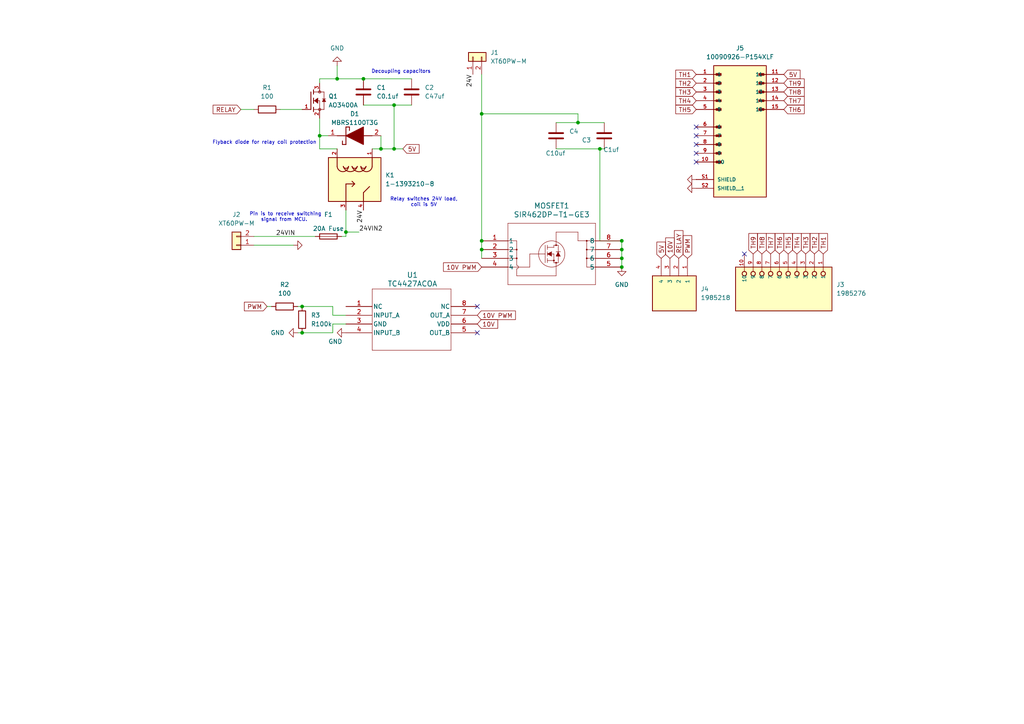
<source format=kicad_sch>
(kicad_sch (version 20250114) (generator "eeschema") (generator_version "9.0")
  (paper "A4")
  (lib_symbols
    (symbol "1-1393210-8:1-1393210-8" (pin_names (offset 1.016))
      (property "Reference" "K" (at -7.6217 8.1298 0))
      (property "Value" "1-1393210-8" (at -7.626 -10.1679 0))
      (symbol "1-1393210-8_0_0"
        (polyline (pts (xy -7.62 5.08) (xy -5.08 5.08)) (stroke (width 0.254)))
        (polyline (pts (xy -7.62 -5.08) (xy -5.08 -5.08)) (stroke (width 0.254)))
        (rectangle (start -7.62 -7.62) (end 5.08 7.62) (stroke (width 0.254)) (fill (type background)))
        (arc (start -5.08 0.762) (mid -3.556 -1.2604) (end -5.08 -3.302) (stroke (width 0.254)))
        (arc (start -5.08 3.302) (mid -3.5407 1.2593) (end -5.08 -0.762) (stroke (width 0.254)))
        (arc (start -5.08 3.302) (mid -4.5085 2.54) (end -5.08 1.778) (stroke (width 0.254)))
        (arc (start -5.08 0.762) (mid -4.5085 0) (end -5.08 -0.762) (stroke (width 0.254)))
        (arc (start -5.08 -1.778) (mid -4.5085 -2.54) (end -5.08 -3.302) (stroke (width 0.254)))
        (arc (start -5.08 5.08) (mid -3.5512 3.4405) (end -5.08 1.778) (stroke (width 0.254)))
        (arc (start -5.08 -1.778) (mid -3.5512 -3.4175) (end -5.08 -5.08) (stroke (width 0.254)))
        (polyline (pts (xy 0 0) (xy -0.762 -0.762)) (stroke (width 0.254)))
        (polyline (pts (xy 0 0) (xy 0.762 -0.762)) (stroke (width 0.254)))
        (polyline (pts (xy 0 -2.54) (xy 0 0)) (stroke (width 0.254)))
        (polyline (pts (xy 2.54 2.54) (xy 0.762 4.318)) (stroke (width 0.254)))
        (polyline (pts (xy 5.08 2.54) (xy 2.54 2.54)) (stroke (width 0.254)))
        (polyline (pts (xy 5.08 -2.54) (xy 0 -2.54)) (stroke (width 0.254)))
        (pin passive line (at -10.16 5.08 0) (length 2.54) (name "~") (number "1"))
        (pin passive line (at -10.16 -5.08 0) (length 2.54) (name "~") (number "2"))
        (pin passive line (at 7.62 2.54 180) (length 2.54) (name "~") (number "4"))
        (pin passive line (at 7.62 -2.54 180) (length 2.54) (name "~") (number "3"))
      )
    )
    (symbol "10090926-P154XLF:10090926-P154XLF" (pin_names (offset 1.016))
      (property "Reference" "J" (at -7.62 19.05 0))
      (property "Value" "10090926-P154XLF" (at -7.62 -22.86 0))
      (symbol "10090926-P154XLF_0_0"
        (polyline (pts (xy -7.62 15.24) (xy -5.715 15.24)) (stroke (width 0.254)))
        (polyline (pts (xy -7.62 12.7) (xy -5.715 12.7)) (stroke (width 0.254)))
        (polyline (pts (xy -7.62 10.16) (xy -5.715 10.16)) (stroke (width 0.254)))
        (polyline (pts (xy -7.62 7.62) (xy -5.715 7.62)) (stroke (width 0.254)))
        (polyline (pts (xy -7.62 5.08) (xy -5.715 5.08)) (stroke (width 0.254)))
        (polyline (pts (xy -7.62 0) (xy -5.715 0)) (stroke (width 0.254)))
        (polyline (pts (xy -7.62 -2.54) (xy -5.715 -2.54)) (stroke (width 0.254)))
        (polyline (pts (xy -7.62 -5.08) (xy -5.715 -5.08)) (stroke (width 0.254)))
        (polyline (pts (xy -7.62 -7.62) (xy -5.715 -7.62)) (stroke (width 0.254)))
        (polyline (pts (xy -7.62 -10.16) (xy -5.715 -10.16)) (stroke (width 0.254)))
        (rectangle (start -7.62 -20.32) (end 7.62 17.78) (stroke (width 0.254)) (fill (type background)))
        (rectangle (start -6.985 14.9225) (end -5.3975 15.5575) (stroke (width 0.1)) (fill (type outline)))
        (rectangle (start -6.985 12.3825) (end -5.3975 13.0175) (stroke (width 0.1)) (fill (type outline)))
        (rectangle (start -6.985 9.8425) (end -5.3975 10.4775) (stroke (width 0.1)) (fill (type outline)))
        (rectangle (start -6.985 7.3025) (end -5.3975 7.9375) (stroke (width 0.1)) (fill (type outline)))
        (rectangle (start -6.985 4.7625) (end -5.3975 5.3975) (stroke (width 0.1)) (fill (type outline)))
        (rectangle (start -6.985 -0.3175) (end -5.3975 0.3175) (stroke (width 0.1)) (fill (type outline)))
        (rectangle (start -6.985 -2.8575) (end -5.3975 -2.2225) (stroke (width 0.1)) (fill (type outline)))
        (rectangle (start -6.985 -5.3975) (end -5.3975 -4.7625) (stroke (width 0.1)) (fill (type outline)))
        (rectangle (start -6.985 -7.9375) (end -5.3975 -7.3025) (stroke (width 0.1)) (fill (type outline)))
        (rectangle (start -6.985 -10.4775) (end -5.3975 -9.8425) (stroke (width 0.1)) (fill (type outline)))
        (rectangle (start 5.3975 14.9225) (end 6.985 15.5575) (stroke (width 0.1)) (fill (type outline)))
        (rectangle (start 5.3975 12.3825) (end 6.985 13.0175) (stroke (width 0.1)) (fill (type outline)))
        (rectangle (start 5.3975 9.8425) (end 6.985 10.4775) (stroke (width 0.1)) (fill (type outline)))
        (rectangle (start 5.3975 7.3025) (end 6.985 7.9375) (stroke (width 0.1)) (fill (type outline)))
        (rectangle (start 5.3975 4.7625) (end 6.985 5.3975) (stroke (width 0.1)) (fill (type outline)))
        (polyline (pts (xy 7.62 15.24) (xy 5.715 15.24)) (stroke (width 0.254)))
        (polyline (pts (xy 7.62 12.7) (xy 5.715 12.7)) (stroke (width 0.254)))
        (polyline (pts (xy 7.62 10.16) (xy 5.715 10.16)) (stroke (width 0.254)))
        (polyline (pts (xy 7.62 7.62) (xy 5.715 7.62)) (stroke (width 0.254)))
        (polyline (pts (xy 7.62 5.08) (xy 5.715 5.08)) (stroke (width 0.254)))
        (pin passive line (at -12.7 15.24 0) (length 5.08) (name "1") (number "1"))
        (pin passive line (at -12.7 12.7 0) (length 5.08) (name "2") (number "2"))
        (pin passive line (at -12.7 10.16 0) (length 5.08) (name "3") (number "3"))
        (pin passive line (at -12.7 7.62 0) (length 5.08) (name "4") (number "4"))
        (pin passive line (at -12.7 5.08 0) (length 5.08) (name "5") (number "5"))
        (pin passive line (at -12.7 0 0) (length 5.08) (name "6") (number "6"))
        (pin passive line (at -12.7 -2.54 0) (length 5.08) (name "7") (number "7"))
        (pin passive line (at -12.7 -5.08 0) (length 5.08) (name "8") (number "8"))
        (pin passive line (at -12.7 -7.62 0) (length 5.08) (name "9") (number "9"))
        (pin passive line (at -12.7 -10.16 0) (length 5.08) (name "10") (number "10"))
        (pin passive line (at -12.7 -15.24 0) (length 5.08) (name "SHIELD") (number "S1"))
        (pin passive line (at -12.7 -17.78 0) (length 5.08) (name "SHIELD__1") (number "S2"))
        (pin passive line (at 12.7 15.24 180) (length 5.08) (name "11") (number "11"))
        (pin passive line (at 12.7 12.7 180) (length 5.08) (name "12") (number "12"))
        (pin passive line (at 12.7 10.16 180) (length 5.08) (name "13") (number "13"))
        (pin passive line (at 12.7 7.62 180) (length 5.08) (name "14") (number "14"))
        (pin passive line (at 12.7 5.08 180) (length 5.08) (name "15") (number "15"))
      )
    )
    (symbol "1985218:1985218" (pin_names (offset 1.016))
      (property "Reference" "J" (at -5.08 8.382 0))
      (property "Value" "1985218" (at -5.08 -7.62 0))
      (symbol "1985218_0_0"
        (rectangle (start -5.08 -5.08) (end 5.08 7.62) (stroke (width 0.254)) (fill (type background)))
        (pin passive line (at -10.16 5.08 0) (length 5.08) (name "1") (number "1"))
        (pin passive line (at -10.16 2.54 0) (length 5.08) (name "2") (number "2"))
        (pin passive line (at -10.16 0 0) (length 5.08) (name "3") (number "3"))
        (pin passive line (at -10.16 -2.54 0) (length 5.08) (name "4") (number "4"))
      )
    )
    (symbol "1985276:1985276" (pin_names (offset 1.016))
      (property "Reference" "J" (at -6.85 15.24 0))
      (property "Value" "1985276" (at -6.35 -15.24 0))
      (symbol "1985276_0_0"
        (rectangle (start -6.35 -12.7) (end 6.35 15.24) (stroke (width 0.254)) (fill (type background)))
        (circle (center -4.445 12.7) (radius 0.635) (stroke (width 0.254)))
        (circle (center -4.445 10.16) (radius 0.635) (stroke (width 0.254)))
        (circle (center -4.445 7.62) (radius 0.635) (stroke (width 0.254)))
        (circle (center -4.445 5.08) (radius 0.635) (stroke (width 0.254)))
        (circle (center -4.445 2.54) (radius 0.635) (stroke (width 0.254)))
        (circle (center -4.445 0) (radius 0.635) (stroke (width 0.254)))
        (circle (center -4.445 -2.54) (radius 0.635) (stroke (width 0.254)))
        (circle (center -4.445 -5.08) (radius 0.635) (stroke (width 0.254)))
        (circle (center -4.445 -7.62) (radius 0.635) (stroke (width 0.254)))
        (circle (center -4.445 -10.16) (radius 0.635) (stroke (width 0.254)))
        (pin passive line (at -10.16 12.7 0) (length 5.08) (name "1") (number "1"))
        (pin passive line (at -10.16 10.16 0) (length 5.08) (name "2") (number "2"))
        (pin passive line (at -10.16 7.62 0) (length 5.08) (name "3") (number "3"))
        (pin passive line (at -10.16 5.08 0) (length 5.08) (name "4") (number "4"))
        (pin passive line (at -10.16 2.54 0) (length 5.08) (name "5") (number "5"))
        (pin passive line (at -10.16 0 0) (length 5.08) (name "6") (number "6"))
        (pin passive line (at -10.16 -2.54 0) (length 5.08) (name "7") (number "7"))
        (pin passive line (at -10.16 -5.08 0) (length 5.08) (name "8") (number "8"))
        (pin passive line (at -10.16 -7.62 0) (length 5.08) (name "9") (number "9"))
        (pin passive line (at -10.16 -10.16 0) (length 5.08) (name "10") (number "10"))
      )
    )
    (symbol "2025-05-30_22-53-46:TC4427ACOA" (pin_names (offset 0.254))
      (property "Reference" "U1" (at 19.304 9.144 0))
      (property "Value" "TC4427ACOA" (at 19.304 6.604 0))
      (symbol "TC4427ACOA_0_1"
        (polyline (pts (xy 7.62 5.08) (xy 7.62 -12.7)) (stroke (width 0.127)))
        (polyline (pts (xy 7.62 -12.7) (xy 30.48 -12.7)) (stroke (width 0.127)))
        (polyline (pts (xy 30.48 5.08) (xy 7.62 5.08)) (stroke (width 0.127)))
        (polyline (pts (xy 30.48 -12.7) (xy 30.48 5.08)) (stroke (width 0.127)))
        (pin unspecified line (at 0 0 0) (length 7.62) (name "NC") (number "1"))
        (pin unspecified line (at 0 -2.54 0) (length 7.62) (name "INPUT_A") (number "2"))
        (pin unspecified line (at 0 -5.08 0) (length 7.62) (name "GND") (number "3"))
        (pin unspecified line (at 0 -7.62 0) (length 7.62) (name "INPUT_B") (number "4"))
        (pin unspecified line (at 38.1 0 180) (length 7.62) (name "NC") (number "8"))
        (pin unspecified line (at 38.1 -2.54 180) (length 7.62) (name "OUT_A") (number "7"))
        (pin unspecified line (at 38.1 -5.08 180) (length 7.62) (name "VDD") (number "6"))
        (pin unspecified line (at 38.1 -7.62 180) (length 7.62) (name "OUT_B") (number "5"))
      )
    )
    (symbol "AO3400A:AO3400A" (pin_names (offset 1.016))
      (property "Reference" "Q" (at -8.89 2.54 0))
      (property "Value" "AO3400A" (at -8.89 -7.62 0))
      (symbol "AO3400A_0_0"
        (polyline (pts (xy 0 2.54) (xy 0 -2.54)) (stroke (width 0.254)))
        (polyline (pts (xy 0.762 3.175) (xy 0.762 2.54)) (stroke (width 0.254)))
        (polyline (pts (xy 0.762 2.54) (xy 0.762 1.905)) (stroke (width 0.254)))
        (polyline (pts (xy 0.762 2.54) (xy 3.81 2.54)) (stroke (width 0.1524)))
        (polyline (pts (xy 0.762 0.762) (xy 0.762 0)) (stroke (width 0.254)))
        (polyline (pts (xy 0.762 0) (xy 0.762 -0.762)) (stroke (width 0.254)))
        (polyline (pts (xy 0.762 0) (xy 2.54 0)) (stroke (width 0.1524)))
        (polyline (pts (xy 0.762 -1.905) (xy 0.762 -3.175)) (stroke (width 0.254)))
        (polyline (pts (xy 1.016 0) (xy 2.032 0.762) (xy 2.032 -0.762) (xy 1.016 0)) (stroke (width 0.1524)) (fill (type outline)))
        (circle (center 2.54 2.54) (radius 0.3592))
        (polyline (pts (xy 2.54 0) (xy 2.54 -2.54)) (stroke (width 0.1524)))
        (circle (center 2.54 -2.54) (radius 0.3592))
        (polyline (pts (xy 3.81 2.54) (xy 3.81 0.508)) (stroke (width 0.1524)))
        (polyline (pts (xy 3.81 0.508) (xy 3.302 0.508)) (stroke (width 0.1524)))
        (polyline (pts (xy 3.81 0.508) (xy 3.81 -2.54)) (stroke (width 0.1524)))
        (polyline (pts (xy 3.81 0.508) (xy 3.302 -0.254) (xy 4.318 -0.254) (xy 3.81 0.508)) (stroke (width 0.1524)) (fill (type outline)))
        (polyline (pts (xy 3.81 -2.54) (xy 0.762 -2.54)) (stroke (width 0.1524)))
        (polyline (pts (xy 4.318 0.508) (xy 3.81 0.508)) (stroke (width 0.1524)))
        (pin passive line (at -2.54 -2.54 0) (length 2.54) (name "~") (number "1"))
        (pin passive line (at 2.54 5.08 270) (length 2.54) (name "~") (number "3"))
        (pin passive line (at 2.54 -5.08 90) (length 2.54) (name "~") (number "2"))
      )
    )
    (symbol "Connector_Generic:Conn_01x02" (pin_names (offset 1.016) (hide yes))
      (property "Reference" "J" (at 0 2.54 0))
      (property "Value" "Conn_01x02" (at 0 -5.08 0))
      (symbol "Conn_01x02_1_1"
        (rectangle (start -1.27 1.27) (end 1.27 -3.81) (stroke (width 0.254)) (fill (type background)))
        (rectangle (start -1.27 0.127) (end 0 -0.127) (stroke (width 0.1524)))
        (rectangle (start -1.27 -2.413) (end 0 -2.667) (stroke (width 0.1524)))
        (pin passive line (at -5.08 0 0) (length 3.81) (name "Pin_1") (number "1"))
        (pin passive line (at -5.08 -2.54 0) (length 3.81) (name "Pin_2") (number "2"))
      )
    )
    (symbol "Device:C" (pin_numbers (hide yes)) (pin_names (offset 0.254))
      (property "Reference" "C" (at 0.635 2.54 0))
      (property "Value" "C" (at 0.635 -2.54 0))
      (symbol "C_0_1"
        (polyline (pts (xy -2.032 0.762) (xy 2.032 0.762)) (stroke (width 0.508)))
        (polyline (pts (xy -2.032 -0.762) (xy 2.032 -0.762)) (stroke (width 0.508)))
      )
      (symbol "C_1_1"
        (pin passive line (at 0 3.81 270) (length 2.794) (name "~") (number "1"))
        (pin passive line (at 0 -3.81 90) (length 2.794) (name "~") (number "2"))
      )
    )
    (symbol "Device:Fuse" (pin_numbers (hide yes)) (pin_names (offset 0))
      (property "Reference" "F" (at 2.032 0 90))
      (property "Value" "Fuse" (at -1.905 0 90))
      (symbol "Fuse_0_1"
        (rectangle (start -0.762 -2.54) (end 0.762 2.54) (stroke (width 0.254)))
        (polyline (pts (xy 0 2.54) (xy 0 -2.54)))
      )
      (symbol "Fuse_1_1"
        (pin passive line (at 0 3.81 270) (length 1.27) (name "~") (number "1"))
        (pin passive line (at 0 -3.81 90) (length 1.27) (name "~") (number "2"))
      )
    )
    (symbol "Device:R" (pin_numbers (hide yes)) (pin_names (offset 0))
      (property "Reference" "R" (at 2.032 0 90))
      (property "Value" "R" (at 0 0 90))
      (symbol "R_0_1"
        (rectangle (start -1.016 -2.54) (end 1.016 2.54) (stroke (width 0.254)))
      )
      (symbol "R_1_1"
        (pin passive line (at 0 3.81 270) (length 1.27) (name "~") (number "1"))
        (pin passive line (at 0 -3.81 90) (length 1.27) (name "~") (number "2"))
      )
    )
    (symbol "MBRS1100T3G:MBRS1100T3G" (pin_names (hide yes))
      (property "Reference" "D" (at 12.7 8.89 0))
      (property "Value" "MBRS1100T3G" (at 12.7 6.35 0))
      (symbol "MBRS1100T3G_1_1"
        (polyline (pts (xy 5.08 0) (xy 7.62 0)) (stroke (width 0.254)))
        (polyline (pts (xy 6.604 -1.524) (xy 6.604 -2.54)) (stroke (width 0.254)))
        (polyline (pts (xy 7.62 2.54) (xy 7.62 -2.54)) (stroke (width 0.254)))
        (polyline (pts (xy 7.62 2.54) (xy 8.636 2.54)) (stroke (width 0.254)))
        (polyline (pts (xy 7.62 0) (xy 12.7 2.54) (xy 12.7 -2.54) (xy 7.62 0)) (stroke (width 0.254)) (fill (type outline)))
        (polyline (pts (xy 7.62 -2.54) (xy 6.604 -2.54)) (stroke (width 0.254)))
        (polyline (pts (xy 8.636 1.524) (xy 8.636 2.54)) (stroke (width 0.254)))
        (polyline (pts (xy 12.7 0) (xy 15.24 0)) (stroke (width 0.254)))
        (pin passive line (at 2.54 0 0) (length 2.54) (name "K") (number "1"))
        (pin passive line (at 17.78 0 180) (length 2.54) (name "A") (number "2"))
      )
    )
    (symbol "SIR:SIR462DP-T1-GE3" (pin_names (offset 0.254))
      (property "Reference" "MOSFET" (at 20.32 10.16 0))
      (property "Value" "SIR462DP-T1-GE3" (at 20.32 7.62 0))
      (symbol "SIR462DP-T1-GE3_0_1"
        (polyline (pts (xy 7.62 5.08) (xy 7.62 -12.7)) (stroke (width 0.127)))
        (polyline (pts (xy 7.62 0) (xy 10.16 0)) (stroke (width 0.127)))
        (polyline (pts (xy 7.62 -2.54) (xy 10.16 -2.54)) (stroke (width 0.127)))
        (polyline (pts (xy 7.62 -5.08) (xy 10.16 -5.08)) (stroke (width 0.127)))
        (polyline (pts (xy 7.62 -7.62) (xy 13.97 -7.62)) (stroke (width 0.127)))
        (polyline (pts (xy 7.62 -12.7) (xy 33.02 -12.7)) (stroke (width 0.127)))
        (arc (start 10.16 -7.112) (mid 10.6657 -7.62) (end 10.16 -8.128) (stroke (width 0.127)))
        (polyline (pts (xy 10.16 0) (xy 10.16 -7.112)) (stroke (width 0.127)))
        (circle (center 10.16 -2.54) (radius 0.127) (stroke (width 0.254)))
        (circle (center 10.16 -5.08) (radius 0.127) (stroke (width 0.254)))
        (polyline (pts (xy 10.16 -8.128) (xy 10.16 -10.16)) (stroke (width 0.127)))
        (polyline (pts (xy 10.16 -10.16) (xy 21.59 -10.16)) (stroke (width 0.127)))
        (polyline (pts (xy 13.97 -3.81) (xy 18.415 -3.81)) (stroke (width 0.127)))
        (polyline (pts (xy 13.97 -7.62) (xy 13.97 -3.81)) (stroke (width 0.127)))
        (polyline (pts (xy 18.415 -6.35) (xy 18.415 -1.27)) (stroke (width 0.127)))
        (polyline (pts (xy 19.05 -1.905) (xy 20.955 -1.905)) (stroke (width 0.127)))
        (polyline (pts (xy 19.05 -2.54) (xy 19.05 -1.27)) (stroke (width 0.127)))
        (polyline (pts (xy 19.05 -4.445) (xy 19.05 -3.175)) (stroke (width 0.127)))
        (polyline (pts (xy 19.05 -5.715) (xy 20.955 -5.715)) (stroke (width 0.127)))
        (polyline (pts (xy 19.05 -6.35) (xy 19.05 -5.08)) (stroke (width 0.127)))
        (polyline (pts (xy 20.32 -3.175) (xy 19.05 -3.81) (xy 20.32 -4.445)) (fill (type outline)))
        (polyline (pts (xy 20.32 -3.81) (xy 20.955 -3.81)) (stroke (width 0.127)))
        (circle (center 20.32 -3.81) (radius 3.81) (stroke (width 0.127)))
        (polyline (pts (xy 20.955 -1.27) (xy 22.225 -1.27)) (stroke (width 0.127)))
        (polyline (pts (xy 20.955 -1.905) (xy 20.955 -1.27)) (stroke (width 0.127)))
        (circle (center 20.955 -5.715) (radius 0.127) (stroke (width 0.254)))
        (polyline (pts (xy 20.955 -6.35) (xy 20.955 -3.81)) (stroke (width 0.127)))
        (polyline (pts (xy 20.955 -6.35) (xy 22.225 -6.35)) (stroke (width 0.127)))
        (polyline (pts (xy 21.59 2.54) (xy 21.59 -1.27)) (stroke (width 0.127)))
        (circle (center 21.59 -1.27) (radius 0.127) (stroke (width 0.254)))
        (circle (center 21.59 -6.35) (radius 0.127) (stroke (width 0.254)))
        (polyline (pts (xy 21.59 -10.16) (xy 21.59 -6.35)) (stroke (width 0.127)))
        (polyline (pts (xy 22.225 -3.175) (xy 22.225 -1.27)) (stroke (width 0.127)))
        (polyline (pts (xy 22.225 -6.35) (xy 22.225 -4.445)) (stroke (width 0.127)))
        (polyline (pts (xy 22.86 -3.175) (xy 21.59 -3.175)) (stroke (width 0.127)))
        (polyline (pts (xy 22.86 -4.445) (xy 21.59 -4.445) (xy 22.225 -3.175)) (fill (type outline)))
        (polyline (pts (xy 27.94 2.54) (xy 21.59 2.54)) (stroke (width 0.127)))
        (polyline (pts (xy 27.94 0) (xy 27.94 2.54)) (stroke (width 0.127)))
        (circle (center 30.48 0) (radius 0.127) (stroke (width 0.254)))
        (circle (center 30.48 -2.54) (radius 0.127) (stroke (width 0.254)))
        (circle (center 30.48 -5.08) (radius 0.127) (stroke (width 0.254)))
        (polyline (pts (xy 30.48 -7.62) (xy 30.48 0)) (stroke (width 0.127)))
        (polyline (pts (xy 33.02 5.08) (xy 7.62 5.08)) (stroke (width 0.127)))
        (polyline (pts (xy 33.02 0) (xy 27.94 0)) (stroke (width 0.127)))
        (polyline (pts (xy 33.02 -2.54) (xy 30.48 -2.54)) (stroke (width 0.127)))
        (polyline (pts (xy 33.02 -5.08) (xy 30.48 -5.08)) (stroke (width 0.127)))
        (polyline (pts (xy 33.02 -7.62) (xy 30.48 -7.62)) (stroke (width 0.127)))
        (polyline (pts (xy 33.02 -12.7) (xy 33.02 5.08)) (stroke (width 0.127)))
        (pin unspecified line (at 0 0 0) (length 7.62) (name "1") (number "1"))
        (pin unspecified line (at 0 -2.54 0) (length 7.62) (name "2") (number "2"))
        (pin unspecified line (at 0 -5.08 0) (length 7.62) (name "3") (number "3"))
        (pin unspecified line (at 0 -7.62 0) (length 7.62) (name "4") (number "4"))
        (pin unspecified line (at 40.64 0 180) (length 7.62) (name "8") (number "8"))
        (pin unspecified line (at 40.64 -2.54 180) (length 7.62) (name "7") (number "7"))
        (pin unspecified line (at 40.64 -5.08 180) (length 7.62) (name "6") (number "6"))
        (pin unspecified line (at 40.64 -7.62 180) (length 7.62) (name "5") (number "5"))
      )
    )
    (symbol "ScottoKeebs:Placeholder_Resistor" (pin_numbers (hide yes)) (pin_names (offset 0))
      (property "Reference" "R" (at 0 2.032 0))
      (property "Value" "Resistor" (at 0 -2.54 0))
      (symbol "Placeholder_Resistor_0_1"
        (rectangle (start 2.54 -1.016) (end -2.54 1.016) (stroke (width 0.254)))
      )
      (symbol "Placeholder_Resistor_1_1"
        (pin passive line (at -3.81 0 0) (length 1.27) (name "~") (number "1"))
        (pin passive line (at 3.81 0 180) (length 1.27) (name "~") (number "2"))
      )
    )
    (symbol "power:GND" (power) (pin_numbers (hide yes)) (pin_names (offset 0) (hide yes))
      (property "Value" "GND" (at 0 -3.81 0))
      (symbol "GND_0_1"
        (polyline (pts (xy 0 0) (xy 0 -1.27) (xy 1.27 -1.27) (xy 0 -2.54) (xy -1.27 -1.27) (xy 0 -1.27)))
      )
      (symbol "GND_1_1"
        (pin power_in line (at 0 0 270) (length 0) (name "~") (number "1"))
      )
    )
  )
  (text "Decoupling capacitors\n" (at 116.332 20.828 0) (effects (font (size 1.016 1.016))))
  (text "Relay switches 24V load,\ncoil is 5V" (at 122.936 58.674 0) (effects (font (size 1.016 1.016))))
  (text "Flyback diode for relay coil protection" (at 76.708 41.402 0) (effects (font (size 1.016 1.016))))
  (text "Pin is to receive switching\nsignal from MCU. \n" (at 82.804 62.992 0) (effects (font (size 1.016 1.016))))
  (junction (at 180.34 69.85))
  (junction (at 139.7 72.39))
  (junction (at 87.63 96.52))
  (junction (at 87.63 88.9))
  (junction (at 139.7 33.02))
  (junction (at 180.34 74.93))
  (junction (at 180.34 72.39))
  (junction (at 114.3 30.48))
  (junction (at 139.7 69.85))
  (junction (at 173.99 43.18))
  (junction (at 92.71 39.37))
  (junction (at 100.33 67.31))
  (junction (at 180.34 77.47))
  (junction (at 97.79 22.86))
  (junction (at 167.64 35.56))
  (junction (at 105.41 22.86))
  (junction (at 114.3 43.18))
  (junction (at 110.49 43.18))
  (no_connect (at 138.43 88.9))
  (no_connect (at 201.93 44.45))
  (no_connect (at 201.93 39.37))
  (no_connect (at 138.43 96.52))
  (no_connect (at 215.9 73.66))
  (no_connect (at 201.93 36.83))
  (no_connect (at 201.93 46.99))
  (no_connect (at 201.93 41.91))
  (wire (pts (xy 86.36 96.52) (xy 87.63 96.52)))
  (wire (pts (xy 92.71 22.86) (xy 92.71 24.13)))
  (wire (pts (xy 92.71 39.37) (xy 92.71 43.18)))
  (wire (pts (xy 77.47 88.9) (xy 78.74 88.9)))
  (wire (pts (xy 73.66 68.58) (xy 91.44 68.58)))
  (wire (pts (xy 96.52 91.44) (xy 96.52 88.9)))
  (wire (pts (xy 95.25 39.37) (xy 92.71 39.37)))
  (wire (pts (xy 86.36 88.9) (xy 87.63 88.9)))
  (wire (pts (xy 69.85 31.75) (xy 73.66 31.75)))
  (wire (pts (xy 173.99 69.85) (xy 180.34 69.85)))
  (wire (pts (xy 107.95 43.18) (xy 110.49 43.18)))
  (wire (pts (xy 167.64 35.56) (xy 167.64 33.02)))
  (wire (pts (xy 180.34 72.39) (xy 180.34 69.85)))
  (wire (pts (xy 87.63 88.9) (xy 96.52 88.9)))
  (wire (pts (xy 96.52 93.98) (xy 100.33 93.98)))
  (wire (pts (xy 139.7 72.39) (xy 139.7 74.93)))
  (wire (pts (xy 100.33 68.58) (xy 99.06 68.58)))
  (wire (pts (xy 173.99 69.85) (xy 173.99 43.18)))
  (wire (pts (xy 73.66 71.12) (xy 85.09 71.12)))
  (wire (pts (xy 161.29 43.18) (xy 173.99 43.18)))
  (wire (pts (xy 81.28 31.75) (xy 87.63 31.75)))
  (wire (pts (xy 100.33 91.44) (xy 96.52 91.44)))
  (wire (pts (xy 92.71 22.86) (xy 97.79 22.86)))
  (wire (pts (xy 104.14 67.31) (xy 100.33 67.31)))
  (wire (pts (xy 87.63 96.52) (xy 96.52 96.52)))
  (wire (pts (xy 97.79 19.05) (xy 97.79 22.86)))
  (wire (pts (xy 110.49 39.37) (xy 110.49 43.18)))
  (wire (pts (xy 139.7 21.59) (xy 139.7 33.02)))
  (wire (pts (xy 110.49 43.18) (xy 114.3 43.18)))
  (wire (pts (xy 175.26 43.18) (xy 173.99 43.18)))
  (wire (pts (xy 139.7 33.02) (xy 167.64 33.02)))
  (wire (pts (xy 105.41 22.86) (xy 119.38 22.86)))
  (wire (pts (xy 92.71 34.29) (xy 92.71 39.37)))
  (wire (pts (xy 167.64 35.56) (xy 175.26 35.56)))
  (wire (pts (xy 114.3 30.48) (xy 114.3 43.18)))
  (wire (pts (xy 161.29 35.56) (xy 167.64 35.56)))
  (wire (pts (xy 96.52 96.52) (xy 96.52 93.98)))
  (wire (pts (xy 119.38 30.48) (xy 114.3 30.48)))
  (wire (pts (xy 180.34 74.93) (xy 180.34 72.39)))
  (wire (pts (xy 100.33 67.31) (xy 100.33 68.58)))
  (wire (pts (xy 180.34 77.47) (xy 180.34 74.93)))
  (wire (pts (xy 139.7 33.02) (xy 139.7 69.85)))
  (wire (pts (xy 97.79 22.86) (xy 105.41 22.86)))
  (wire (pts (xy 139.7 69.85) (xy 139.7 72.39)))
  (wire (pts (xy 114.3 43.18) (xy 116.84 43.18)))
  (wire (pts (xy 100.33 60.96) (xy 100.33 67.31)))
  (wire (pts (xy 105.41 30.48) (xy 114.3 30.48)))
  (wire (pts (xy 92.71 43.18) (xy 97.79 43.18)))
  (label "24VIN2" (at 104.14 67.31 0))
  (label "24VIN" (at 80.01 68.58 0))
  (label "24V" (at 137.16 21.59 270))
  (label "24V" (at 105.41 60.96 270))
  (global_label "TH3" (shape input) (at 233.68 73.66 90) (property "Intersheetrefs" "${INTERSHEET_REFS}" (effects (hide yes))))
  (global_label "TH5" (shape input) (at 228.6 73.66 90) (property "Intersheetrefs" "${INTERSHEET_REFS}" (effects (hide yes))))
  (global_label "5V" (shape input) (at 191.77 74.93 90) (property "Intersheetrefs" "${INTERSHEET_REFS}" (effects (hide yes))))
  (global_label "TH3" (shape input) (at 201.93 26.67 180) (property "Intersheetrefs" "${INTERSHEET_REFS}" (effects (hide yes))))
  (global_label "TH9" (shape input) (at 218.44 73.66 90) (property "Intersheetrefs" "${INTERSHEET_REFS}" (effects (hide yes))))
  (global_label "10V" (shape input) (at 194.31 74.93 90) (property "Intersheetrefs" "${INTERSHEET_REFS}" (effects (hide yes))))
  (global_label "TH4" (shape input) (at 201.93 29.21 180) (property "Intersheetrefs" "${INTERSHEET_REFS}" (effects (hide yes))))
  (global_label "TH5" (shape input) (at 201.93 31.75 180) (property "Intersheetrefs" "${INTERSHEET_REFS}" (effects (hide yes))))
  (global_label "PWM" (shape input) (at 199.39 74.93 90) (property "Intersheetrefs" "${INTERSHEET_REFS}" (effects (hide yes))))
  (global_label "TH4" (shape input) (at 231.14 73.66 90) (property "Intersheetrefs" "${INTERSHEET_REFS}" (effects (hide yes))))
  (global_label "5V" (shape input) (at 227.33 21.59 0) (property "Intersheetrefs" "${INTERSHEET_REFS}" (effects (hide yes))))
  (global_label "TH6" (shape input) (at 227.33 31.75 0) (property "Intersheetrefs" "${INTERSHEET_REFS}" (effects (hide yes))))
  (global_label "TH8" (shape input) (at 220.98 73.66 90) (property "Intersheetrefs" "${INTERSHEET_REFS}" (effects (hide yes))))
  (global_label "5V" (shape input) (at 116.84 43.18 0) (property "Intersheetrefs" "${INTERSHEET_REFS}" (effects (hide yes))))
  (global_label "TH7" (shape input) (at 223.52 73.66 90) (property "Intersheetrefs" "${INTERSHEET_REFS}" (effects (hide yes))))
  (global_label "TH7" (shape input) (at 227.33 29.21 0) (property "Intersheetrefs" "${INTERSHEET_REFS}" (effects (hide yes))))
  (global_label "RELAY" (shape input) (at 196.85 74.93 90) (property "Intersheetrefs" "${INTERSHEET_REFS}" (effects (hide yes))))
  (global_label "TH2" (shape input) (at 236.22 73.66 90) (property "Intersheetrefs" "${INTERSHEET_REFS}" (effects (hide yes))))
  (global_label "RELAY" (shape input) (at 69.85 31.75 180) (property "Intersheetrefs" "${INTERSHEET_REFS}" (effects (hide yes))))
  (global_label "10V PWM" (shape input) (at 138.43 91.44 0) (property "Intersheetrefs" "${INTERSHEET_REFS}" (effects (hide yes))))
  (global_label "TH9" (shape input) (at 227.33 24.13 0) (property "Intersheetrefs" "${INTERSHEET_REFS}" (effects (hide yes))))
  (global_label "TH2" (shape input) (at 201.93 24.13 180) (property "Intersheetrefs" "${INTERSHEET_REFS}" (effects (hide yes))))
  (global_label "TH1" (shape input) (at 238.76 73.66 90) (property "Intersheetrefs" "${INTERSHEET_REFS}" (effects (hide yes))))
  (global_label "10V PWM" (shape input) (at 139.7 77.47 180) (property "Intersheetrefs" "${INTERSHEET_REFS}" (effects (hide yes))))
  (global_label "TH1" (shape input) (at 201.93 21.59 180) (property "Intersheetrefs" "${INTERSHEET_REFS}" (effects (hide yes))))
  (global_label "10V" (shape input) (at 138.43 93.98 0) (property "Intersheetrefs" "${INTERSHEET_REFS}" (effects (hide yes))))
  (global_label "PWM" (shape input) (at 77.47 88.9 180) (property "Intersheetrefs" "${INTERSHEET_REFS}" (effects (hide yes))))
  (global_label "TH6" (shape input) (at 226.06 73.66 90) (property "Intersheetrefs" "${INTERSHEET_REFS}" (effects (hide yes))))
  (global_label "TH8" (shape input) (at 227.33 26.67 0) (property "Intersheetrefs" "${INTERSHEET_REFS}" (effects (hide yes))))
  (symbol (lib_id "1985276:1985276") (at 226.06 83.82 270) (unit 1)
    (property "Reference" "J3" (at 242.57 82.5499 90) (effects (justify left)))
    (property "Value" "1985276" (at 242.57 85.0899 90) (effects (justify left)))
    (property "Footprint" "01x12 connnector:PHOENIX_1985276" (effects (hide yes)))
    (property "MANUFACTURER" "PHOENIX" (effects (hide yes)))
  )
  (symbol (lib_id "power:GND") (at 201.93 52.07 270) (unit 1)
    (property "Reference" "#PWR05" (effects (hide yes)))
    (property "Value" "GND" (effects (hide yes)))
    (property "Description" "Power symbol creates a global label with name \"GND\" , ground" (effects (hide yes)))
  )
  (symbol (lib_id "Device:C") (at 175.26 39.37 180) (unit 1)
    (property "Reference" "C3" (at 171.45 40.6401 0) (effects (justify left)))
    (property "Value" "C1uf" (at 179.578 43.434 0) (effects (justify left)))
    (property "Footprint" "Capacitor_SMD:C_0805_2012Metric" (effects (hide yes)))
    (property "Description" "Unpolarized capacitor" (effects (hide yes)))
  )
  (symbol (lib_id "1-1393210-8:1-1393210-8") (at 102.87 53.34 270) (unit 1)
    (property "Reference" "K1" (at 111.76 50.7999 90) (effects (justify left)))
    (property "Value" "1-1393210-8" (at 111.76 53.3399 90) (effects (justify left)))
    (property "Footprint" "T9AS1D12_24:RELAY_1-1393210-8" (effects (hide yes)))
    (property "PARTREV" "0815" (effects (hide yes)))
    (property "STANDARD" "Manufacturer Recommendations" (effects (hide yes)))
    (property "MANUFACTURER" "TE connectivity" (effects (hide yes)))
  )
  (symbol (lib_id "MBRS1100T3G:MBRS1100T3G") (at 92.71 39.37 0) (unit 1)
    (property "Reference" "D1" (at 102.87 33.02 0))
    (property "Value" "MBRS1100T3G" (at 102.87 35.56 0))
    (property "Footprint" "MBRS1100T3G:DIOM5436X247N" (effects (hide yes)))
    (property "Datasheet" "https://www.onsemi.com/pub/Collateral/MBRS1100T3-D.PDF" (effects (hide yes)))
    (property "Description" "Weight: 95 mg (approximately); Rectangular Package for Automated Handling; Case: Epoxy, Molded; Markings: MBRS190T3: B19 MBRS1100T3: B1C; Cathode Polarity Band; Lead and Mounting Surface Temperature for Soldering Purposes: 260C Max. for 10 Seconds; Shipped in 12 mm Tape and Reel, 2500 units per reel; 150C Operating Junction Temperature; Finish: All External Surfaces Corrosion Resistant and Terminal Leads are Readily Solderable; Small Compact Surface Mountable Package with J-Bend Leads; Highly Stable Oxide" (effects (hide yes)))
    (property "Height" "2.47" (effects (hide yes)))
    (property "Mouser Part Number" "863-MBRS1100T3G" (effects (hide yes)))
    (property "Mouser Price/Stock" "https://www.mouser.co.uk/ProductDetail/onsemi/MBRS1100T3G?qs=3JMERSakebpsze4F2qcnhA%3D%3D" (effects (hide yes)))
    (property "Manufacturer_Name" "onsemi" (effects (hide yes)))
    (property "Manufacturer_Part_Number" "MBRS1100T3G" (effects (hide yes)))
  )
  (symbol (lib_id "power:GND") (at 180.34 77.47 0) (unit 1)
    (property "Reference" "#PWR03" (effects (hide yes)))
    (property "Value" "GND" (at 180.34 82.55 0))
    (property "Description" "Power symbol creates a global label with name \"GND\" , ground" (effects (hide yes)))
  )
  (symbol (lib_id "AO3400A:AO3400A") (at 90.17 29.21 0) (unit 1)
    (property "Reference" "Q1" (at 95.25 27.9399 0) (effects (justify left)))
    (property "Value" "AO3400A" (at 95.25 30.4799 0) (effects (justify left)))
    (property "Footprint" "AO3400A (1):SOT95P280X125-3N" (effects (hide yes)))
    (property "PARTREV" "L" (effects (hide yes)))
    (property "STANDARD" "IPC 7351B" (effects (hide yes)))
    (property "MAXIMUM_PACKAGE_HEIGHT" "1.25 mm" (effects (hide yes)))
    (property "MANUFACTURER" "Alpha & Omega Semiconductor" (effects (hide yes)))
  )
  (symbol (lib_id "Device:Fuse") (at 95.25 68.58 90) (unit 1)
    (property "Reference" "F1" (at 95.25 62.23 90))
    (property "Value" "20A Fuse" (at 95.25 66.294 90))
    (property "Footprint" "FUSE_0697H9200:FUSRR508W60L835T400H810" (effects (hide yes)))
    (property "Description" "Fuse" (effects (hide yes)))
  )
  (symbol (lib_id "10090926-P154XLF:10090926-P154XLF") (at 214.63 36.83 0) (unit 1)
    (property "Reference" "J5" (at 214.63 13.97 0))
    (property "Value" "10090926-P154XLF" (at 214.63 16.51 0))
    (property "Footprint" "10090926_P154XLF:AMPHENOL_10090926-P154XLF" (effects (hide yes)))
    (property "PARTREV" "H" (effects (hide yes)))
    (property "STANDARD" "Manufacturer Recommendations" (effects (hide yes)))
    (property "SNAPEDA_PN" "10090926-P154XLF" (effects (hide yes)))
    (property "MAXIMUM_PACKAGE_HEIGHT" "12.7mm" (effects (hide yes)))
    (property "MANUFACTURER" "Amphenol" (effects (hide yes)))
  )
  (symbol (lib_id "Device:R") (at 87.63 92.71 0) (unit 1)
    (property "Reference" "R3" (at 90.17 91.4399 0) (effects (justify left)))
    (property "Value" "R100k" (at 90.17 93.9799 0) (effects (justify left)))
    (property "Footprint" "Resistor_SMD:R_0805_2012Metric" (effects (hide yes)))
    (property "Description" "Resistor" (effects (hide yes)))
  )
  (symbol (lib_id "SIR:SIR462DP-T1-GE3") (at 139.7 69.85 0) (unit 1)
    (property "Reference" "MOSFET1" (at 160.02 59.69 0) (effects (font (size 1.524 1.524))))
    (property "Value" "SIR462DP-T1-GE3" (at 160.02 62.23 0) (effects (font (size 1.524 1.524))))
    (property "Footprint" "SIR462DP:POWERPAK_SO-8_SINGLE_VIS" (effects (hide yes)))
    (property "Datasheet" "SIR462DP-T1-GE3" (effects (hide yes)))
  )
  (symbol (lib_id "2025-05-30_22-53-46:TC4427ACOA") (at 100.33 88.9 0) (unit 1)
    (property "Reference" "U1" (at 119.634 79.756 0) (effects (font (size 1.524 1.524))))
    (property "Value" "TC4427ACOA" (at 119.634 82.296 0) (effects (font (size 1.524 1.524))))
    (property "Footprint" "TC4427:SOIC8-N_MC_MCH" (effects (hide yes)))
    (property "Datasheet" "TC4427ACOA" (effects (hide yes)))
  )
  (symbol (lib_id "power:GND") (at 85.09 71.12 90) (unit 1)
    (property "Reference" "#PWR04" (effects (hide yes)))
    (property "Value" "GND" (effects (hide yes)))
    (property "Description" "Power symbol creates a global label with name \"GND\" , ground" (effects (hide yes)))
  )
  (symbol (lib_id "Device:C") (at 119.38 26.67 0) (unit 1)
    (property "Reference" "C2" (at 123.19 25.3999 0) (effects (justify left)))
    (property "Value" "C47uf" (at 123.19 27.9399 0) (effects (justify left)))
    (property "Footprint" "Capacitor_THT:CP_Radial_D6.3mm_P2.50mm" (effects (hide yes)))
    (property "Description" "Unpolarized capacitor" (effects (hide yes)))
  )
  (symbol (lib_id "ScottoKeebs:Placeholder_Resistor") (at 77.47 31.75 0) (unit 1)
    (property "Reference" "R1" (at 77.47 25.4 0))
    (property "Value" "100" (at 77.47 27.94 0))
    (property "Footprint" "PCM_JLCPCB:R_1206" (effects (hide yes)))
    (property "Description" "Resistor" (effects (hide yes)))
  )
  (symbol (lib_id "power:GND") (at 97.79 19.05 180) (unit 1)
    (property "Reference" "#PWR02" (effects (hide yes)))
    (property "Value" "GND" (at 97.79 13.97 0))
    (property "Description" "Power symbol creates a global label with name \"GND\" , ground" (effects (hide yes)))
  )
  (symbol (lib_id "power:GND") (at 100.33 96.52 270) (unit 1)
    (property "Reference" "#PWR08" (effects (hide yes)))
    (property "Value" "GND" (at 99.314 99.06 90) (effects (justify right)))
    (property "Description" "Power symbol creates a global label with name \"GND\" , ground" (effects (hide yes)))
  )
  (symbol (lib_id "Connector_Generic:Conn_01x02") (at 137.16 16.51 90) (unit 1)
    (property "Reference" "J1" (at 142.24 15.2399 90) (effects (justify right)))
    (property "Value" "XT60PW-M" (at 142.24 17.7799 90) (effects (justify right)))
    (property "Footprint" "XT60PW-M:AMASS_XT60PW-M" (effects (hide yes)))
    (property "Description" "Generic connector, single row, 01x02, script generated (kicad-library-utils/schlib/autogen/connector/)" (effects (hide yes)))
  )
  (symbol (lib_id "ScottoKeebs:Placeholder_Resistor") (at 82.55 88.9 0) (unit 1)
    (property "Reference" "R2" (at 82.55 82.55 0))
    (property "Value" "100" (at 82.55 85.09 0))
    (property "Footprint" "PCM_JLCPCB:R_1206" (effects (hide yes)))
    (property "Description" "Resistor" (effects (hide yes)))
  )
  (symbol (lib_id "Device:C") (at 105.41 26.67 0) (unit 1)
    (property "Reference" "C1" (at 109.22 25.3999 0) (effects (justify left)))
    (property "Value" "C0.1uf" (at 109.22 27.9399 0) (effects (justify left)))
    (property "Footprint" "Capacitor_SMD:C_0805_2012Metric" (effects (hide yes)))
    (property "Description" "Unpolarized capacitor" (effects (hide yes)))
  )
  (symbol (lib_id "power:GND") (at 86.36 96.52 270) (unit 1)
    (property "Reference" "#PWR01" (effects (hide yes)))
    (property "Value" "GND" (at 82.55 96.5199 90) (effects (justify right)))
    (property "Description" "Power symbol creates a global label with name \"GND\" , ground" (effects (hide yes)))
  )
  (symbol (lib_id "1985218:1985218") (at 194.31 85.09 270) (unit 1)
    (property "Reference" "J4" (at 203.2 83.8199 90) (effects (justify left)))
    (property "Value" "1985218" (at 203.2 86.3599 90) (effects (justify left)))
    (property "Footprint" "1985218:TE_1985218" (effects (hide yes)))
    (property "PARTREV" "29.03.2021" (effects (hide yes)))
    (property "STANDARD" "Manufacturer Recommendations" (effects (hide yes)))
    (property "MAXIMUM_PACKAGE_HEIGHT" "13.1mm" (effects (hide yes)))
    (property "MANUFACTURER" "TE Connectivity" (effects (hide yes)))
  )
  (symbol (lib_id "Device:C") (at 161.29 39.37 180) (unit 1)
    (property "Reference" "C4" (at 165.1 38.0999 0) (effects (justify right)))
    (property "Value" "C10uf" (at 158.242 44.45 0) (effects (justify right)))
    (property "Footprint" "Capacitor_THT:CP_Radial_D6.3mm_P2.50mm" (effects (hide yes)))
    (property "Description" "Unpolarized capacitor" (effects (hide yes)))
  )
  (symbol (lib_id "power:GND") (at 201.93 54.61 270) (unit 1)
    (property "Reference" "#PWR06" (effects (hide yes)))
    (property "Value" "GND" (effects (hide yes)))
    (property "Description" "Power symbol creates a global label with name \"GND\" , ground" (effects (hide yes)))
  )
  (symbol (lib_id "Connector_Generic:Conn_01x02") (at 68.58 71.12 180) (unit 1)
    (property "Reference" "J2" (at 68.58 62.23 0))
    (property "Value" "XT60PW-M" (at 68.58 64.77 0))
    (property "Footprint" "XT60PW-M:AMASS_XT60PW-M" (effects (hide yes)))
    (property "Description" "Generic connector, single row, 01x02, script generated (kicad-library-utils/schlib/autogen/connector/)" (effects (hide yes)))
  )
)
</source>
